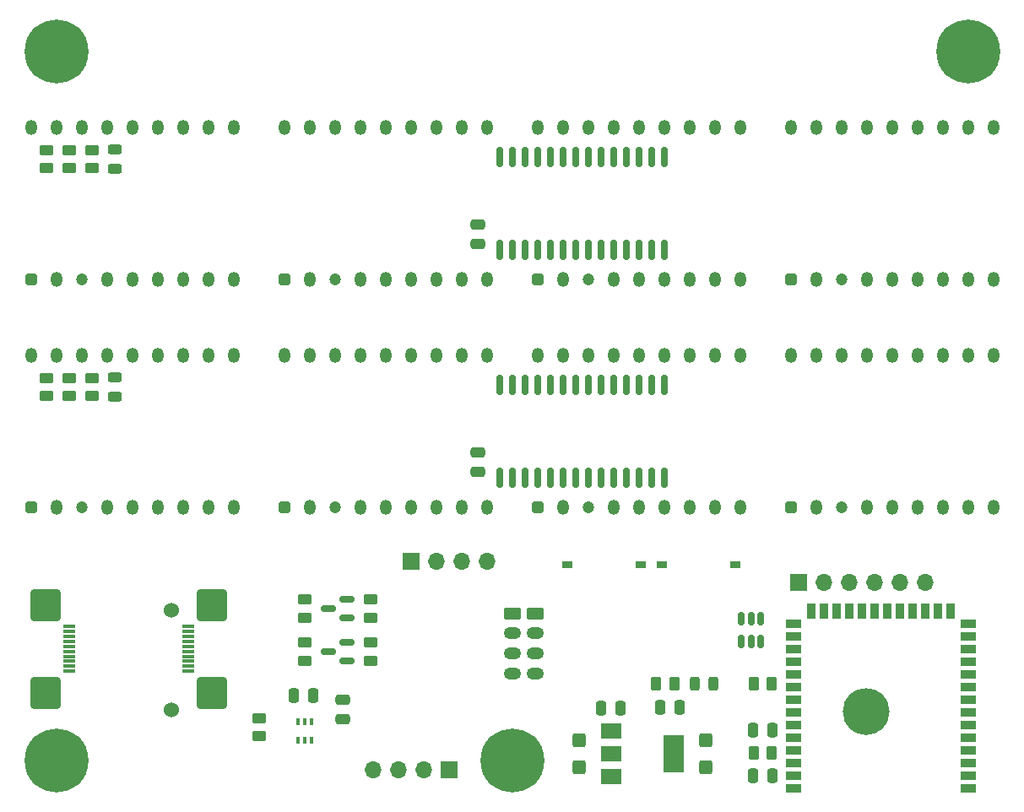
<source format=gbr>
%TF.GenerationSoftware,KiCad,Pcbnew,7.0.8*%
%TF.CreationDate,2024-01-07T19:19:44+01:00*%
%TF.ProjectId,16SegLed,31365365-674c-4656-942e-6b696361645f,rev?*%
%TF.SameCoordinates,Original*%
%TF.FileFunction,Soldermask,Bot*%
%TF.FilePolarity,Negative*%
%FSLAX46Y46*%
G04 Gerber Fmt 4.6, Leading zero omitted, Abs format (unit mm)*
G04 Created by KiCad (PCBNEW 7.0.8) date 2024-01-07 19:19:44*
%MOMM*%
%LPD*%
G01*
G04 APERTURE LIST*
G04 Aperture macros list*
%AMRoundRect*
0 Rectangle with rounded corners*
0 $1 Rounding radius*
0 $2 $3 $4 $5 $6 $7 $8 $9 X,Y pos of 4 corners*
0 Add a 4 corners polygon primitive as box body*
4,1,4,$2,$3,$4,$5,$6,$7,$8,$9,$2,$3,0*
0 Add four circle primitives for the rounded corners*
1,1,$1+$1,$2,$3*
1,1,$1+$1,$4,$5*
1,1,$1+$1,$6,$7*
1,1,$1+$1,$8,$9*
0 Add four rect primitives between the rounded corners*
20,1,$1+$1,$2,$3,$4,$5,0*
20,1,$1+$1,$4,$5,$6,$7,0*
20,1,$1+$1,$6,$7,$8,$9,0*
20,1,$1+$1,$8,$9,$2,$3,0*%
G04 Aperture macros list end*
%ADD10C,1.200000*%
%ADD11RoundRect,0.300000X-0.300000X-0.300000X0.300000X-0.300000X0.300000X0.300000X-0.300000X0.300000X0*%
%ADD12O,1.200000X1.500000*%
%ADD13C,6.400000*%
%ADD14RoundRect,0.250000X0.625000X-0.350000X0.625000X0.350000X-0.625000X0.350000X-0.625000X-0.350000X0*%
%ADD15O,1.750000X1.200000*%
%ADD16C,1.524000*%
%ADD17R,2.000000X1.500000*%
%ADD18R,2.000000X3.800000*%
%ADD19RoundRect,0.150000X0.587500X0.150000X-0.587500X0.150000X-0.587500X-0.150000X0.587500X-0.150000X0*%
%ADD20RoundRect,0.250000X0.450000X-0.262500X0.450000X0.262500X-0.450000X0.262500X-0.450000X-0.262500X0*%
%ADD21RoundRect,0.250000X0.475000X-0.250000X0.475000X0.250000X-0.475000X0.250000X-0.475000X-0.250000X0*%
%ADD22RoundRect,0.250000X-0.450000X0.262500X-0.450000X-0.262500X0.450000X-0.262500X0.450000X0.262500X0*%
%ADD23RoundRect,0.250000X0.250000X0.475000X-0.250000X0.475000X-0.250000X-0.475000X0.250000X-0.475000X0*%
%ADD24RoundRect,0.250000X-0.250000X-0.475000X0.250000X-0.475000X0.250000X0.475000X-0.250000X0.475000X0*%
%ADD25RoundRect,0.300000X-1.200000X1.305000X-1.200000X-1.305000X1.200000X-1.305000X1.200000X1.305000X0*%
%ADD26R,1.250000X0.300000*%
%ADD27RoundRect,0.150000X-0.150000X0.875000X-0.150000X-0.875000X0.150000X-0.875000X0.150000X0.875000X0*%
%ADD28R,1.700000X1.700000*%
%ADD29O,1.700000X1.700000*%
%ADD30RoundRect,0.250000X-0.425000X0.450000X-0.425000X-0.450000X0.425000X-0.450000X0.425000X0.450000X0*%
%ADD31RoundRect,0.243750X0.456250X-0.243750X0.456250X0.243750X-0.456250X0.243750X-0.456250X-0.243750X0*%
%ADD32RoundRect,0.250000X0.262500X0.450000X-0.262500X0.450000X-0.262500X-0.450000X0.262500X-0.450000X0*%
%ADD33R,0.400000X0.650000*%
%ADD34RoundRect,0.243750X-0.243750X-0.456250X0.243750X-0.456250X0.243750X0.456250X-0.243750X0.456250X0*%
%ADD35RoundRect,0.150000X-0.150000X0.512500X-0.150000X-0.512500X0.150000X-0.512500X0.150000X0.512500X0*%
%ADD36R,1.100000X0.800000*%
%ADD37R,1.500000X0.900000*%
%ADD38R,0.900000X1.500000*%
%ADD39C,4.700000*%
%ADD40RoundRect,0.300000X1.200000X-1.305000X1.200000X1.305000X-1.200000X1.305000X-1.200000X-1.305000X0*%
%ADD41RoundRect,0.250000X-0.262500X-0.450000X0.262500X-0.450000X0.262500X0.450000X-0.262500X0.450000X0*%
%ADD42RoundRect,0.250000X-0.475000X0.250000X-0.475000X-0.250000X0.475000X-0.250000X0.475000X0.250000X0*%
G04 APERTURE END LIST*
D10*
%TO.C,DS4*%
X83820000Y-43180000D03*
D11*
X78740000Y-43180000D03*
D12*
X81280000Y-43180000D03*
X86360000Y-43180000D03*
X88900000Y-43180000D03*
X91440000Y-43180000D03*
X93980000Y-43180000D03*
X96520000Y-43180000D03*
X99060000Y-43180000D03*
X99060000Y-27940000D03*
X96520000Y-27940000D03*
X93980000Y-27940000D03*
X91440000Y-27940000D03*
X88900000Y-27940000D03*
X86360000Y-27940000D03*
X83820000Y-27940000D03*
X81280000Y-27940000D03*
X78740000Y-27940000D03*
%TD*%
D10*
%TO.C,DS7*%
X58420000Y-20320000D03*
D11*
X53340000Y-20320000D03*
D12*
X55880000Y-20320000D03*
X60960000Y-20320000D03*
X63500000Y-20320000D03*
X66040000Y-20320000D03*
X68580000Y-20320000D03*
X71120000Y-20320000D03*
X73660000Y-20320000D03*
X73660000Y-5080000D03*
X71120000Y-5080000D03*
X68580000Y-5080000D03*
X66040000Y-5080000D03*
X63500000Y-5080000D03*
X60960000Y-5080000D03*
X58420000Y-5080000D03*
X55880000Y-5080000D03*
X53340000Y-5080000D03*
%TD*%
D10*
%TO.C,DS3*%
X58420000Y-43180000D03*
D11*
X53340000Y-43180000D03*
D12*
X55880000Y-43180000D03*
X60960000Y-43180000D03*
X63500000Y-43180000D03*
X66040000Y-43180000D03*
X68580000Y-43180000D03*
X71120000Y-43180000D03*
X73660000Y-43180000D03*
X73660000Y-27940000D03*
X71120000Y-27940000D03*
X68580000Y-27940000D03*
X66040000Y-27940000D03*
X63500000Y-27940000D03*
X60960000Y-27940000D03*
X58420000Y-27940000D03*
X55880000Y-27940000D03*
X53340000Y-27940000D03*
%TD*%
D10*
%TO.C,DS6*%
X33020000Y-20320000D03*
D11*
X27940000Y-20320000D03*
D12*
X30480000Y-20320000D03*
X35560000Y-20320000D03*
X38100000Y-20320000D03*
X40640000Y-20320000D03*
X43180000Y-20320000D03*
X45720000Y-20320000D03*
X48260000Y-20320000D03*
X48260000Y-5080000D03*
X45720000Y-5080000D03*
X43180000Y-5080000D03*
X40640000Y-5080000D03*
X38100000Y-5080000D03*
X35560000Y-5080000D03*
X33020000Y-5080000D03*
X30480000Y-5080000D03*
X27940000Y-5080000D03*
%TD*%
D13*
%TO.C,H2*%
X96520000Y2540000D03*
%TD*%
D14*
%TO.C,USB1*%
X50800000Y-53845200D03*
D15*
X50800000Y-55845200D03*
X50800000Y-57845200D03*
X50800000Y-59845200D03*
%TD*%
D10*
%TO.C,DS1*%
X7620000Y-43180000D03*
D11*
X2540000Y-43180000D03*
D12*
X5080000Y-43180000D03*
X10160000Y-43180000D03*
X12700000Y-43180000D03*
X15240000Y-43180000D03*
X17780000Y-43180000D03*
X20320000Y-43180000D03*
X22860000Y-43180000D03*
X22860000Y-27940000D03*
X20320000Y-27940000D03*
X17780000Y-27940000D03*
X15240000Y-27940000D03*
X12700000Y-27940000D03*
X10160000Y-27940000D03*
X7620000Y-27940000D03*
X5080000Y-27940000D03*
X2540000Y-27940000D03*
%TD*%
D10*
%TO.C,DS2*%
X33020000Y-43180000D03*
D11*
X27940000Y-43180000D03*
D12*
X30480000Y-43180000D03*
X35560000Y-43180000D03*
X38100000Y-43180000D03*
X40640000Y-43180000D03*
X43180000Y-43180000D03*
X45720000Y-43180000D03*
X48260000Y-43180000D03*
X48260000Y-27940000D03*
X45720000Y-27940000D03*
X43180000Y-27940000D03*
X40640000Y-27940000D03*
X38100000Y-27940000D03*
X35560000Y-27940000D03*
X33020000Y-27940000D03*
X30480000Y-27940000D03*
X27940000Y-27940000D03*
%TD*%
D16*
%TO.C,BZ1*%
X16636994Y-63547000D03*
X16636994Y-53547000D03*
%TD*%
D13*
%TO.C,H1*%
X5080000Y2540000D03*
%TD*%
D10*
%TO.C,DS8*%
X83820000Y-20320000D03*
D11*
X78740000Y-20320000D03*
D12*
X81280000Y-20320000D03*
X86360000Y-20320000D03*
X88900000Y-20320000D03*
X91440000Y-20320000D03*
X93980000Y-20320000D03*
X96520000Y-20320000D03*
X99060000Y-20320000D03*
X99060000Y-5080000D03*
X96520000Y-5080000D03*
X93980000Y-5080000D03*
X91440000Y-5080000D03*
X88900000Y-5080000D03*
X86360000Y-5080000D03*
X83820000Y-5080000D03*
X81280000Y-5080000D03*
X78740000Y-5080000D03*
%TD*%
D10*
%TO.C,DS5*%
X7620000Y-20320000D03*
D11*
X2540000Y-20320000D03*
D12*
X5080000Y-20320000D03*
X10160000Y-20320000D03*
X12700000Y-20320000D03*
X15240000Y-20320000D03*
X17780000Y-20320000D03*
X20320000Y-20320000D03*
X22860000Y-20320000D03*
X22860000Y-5080000D03*
X20320000Y-5080000D03*
X17780000Y-5080000D03*
X15240000Y-5080000D03*
X12700000Y-5080000D03*
X10160000Y-5080000D03*
X7620000Y-5080000D03*
X5080000Y-5080000D03*
X2540000Y-5080000D03*
%TD*%
D17*
%TO.C,U2*%
X60706000Y-70245000D03*
X60706000Y-67945000D03*
D18*
X67006000Y-67945000D03*
D17*
X60706000Y-65645000D03*
%TD*%
D19*
%TO.C,Q1*%
X34271250Y-56750250D03*
X34271250Y-58650250D03*
X32396250Y-57700250D03*
%TD*%
D20*
%TO.C,R5*%
X8636000Y-9191000D03*
X8636000Y-7366000D03*
%TD*%
D21*
%TO.C,C6*%
X47371000Y-39624000D03*
X47371000Y-37724000D03*
%TD*%
D19*
%TO.C,Q2*%
X34271250Y-52432250D03*
X34271250Y-54332250D03*
X32396250Y-53382250D03*
%TD*%
D22*
%TO.C,R11*%
X30031750Y-52469750D03*
X30031750Y-54294750D03*
%TD*%
D23*
%TO.C,C2*%
X76896000Y-70104000D03*
X74996000Y-70104000D03*
%TD*%
D24*
%TO.C,C11*%
X59756000Y-63322200D03*
X61656000Y-63322200D03*
%TD*%
D25*
%TO.C,J2*%
X20675400Y-53009000D03*
X20675400Y-61799000D03*
D26*
X18351400Y-55154000D03*
X18351400Y-55654000D03*
X18351400Y-56154000D03*
X18351400Y-56654000D03*
X18351400Y-57154000D03*
X18351400Y-57654000D03*
X18351400Y-58154000D03*
X18351400Y-58654000D03*
X18351400Y-59154000D03*
X18351400Y-59654000D03*
%TD*%
D22*
%TO.C,R8*%
X36635750Y-56787750D03*
X36635750Y-58612750D03*
%TD*%
D27*
%TO.C,U3*%
X49530000Y-30910000D03*
X50800000Y-30910000D03*
X52070000Y-30910000D03*
X53340000Y-30910000D03*
X54610000Y-30910000D03*
X55880000Y-30910000D03*
X57150000Y-30910000D03*
X58420000Y-30910000D03*
X59690000Y-30910000D03*
X60960000Y-30910000D03*
X62230000Y-30910000D03*
X63500000Y-30910000D03*
X64770000Y-30910000D03*
X66040000Y-30910000D03*
X66040000Y-40210000D03*
X64770000Y-40210000D03*
X63500000Y-40210000D03*
X62230000Y-40210000D03*
X60960000Y-40210000D03*
X59690000Y-40210000D03*
X58420000Y-40210000D03*
X57150000Y-40210000D03*
X55880000Y-40210000D03*
X54610000Y-40210000D03*
X53340000Y-40210000D03*
X52070000Y-40210000D03*
X50800000Y-40210000D03*
X49530000Y-40210000D03*
%TD*%
D28*
%TO.C,J4*%
X79527400Y-50698400D03*
D29*
X82067400Y-50698400D03*
X84607400Y-50698400D03*
X87147400Y-50698400D03*
X89687400Y-50698400D03*
X92227400Y-50698400D03*
%TD*%
D30*
%TO.C,C4*%
X57506000Y-66595000D03*
X57506000Y-69295000D03*
%TD*%
D31*
%TO.C,D1*%
X10922000Y-32076000D03*
X10922000Y-30201000D03*
%TD*%
D23*
%TO.C,C1*%
X76896000Y-65532000D03*
X74996000Y-65532000D03*
%TD*%
D20*
%TO.C,R4*%
X4064000Y-32051000D03*
X4064000Y-30226000D03*
%TD*%
D32*
%TO.C,R14*%
X67079500Y-60883800D03*
X65254500Y-60883800D03*
%TD*%
D20*
%TO.C,R12*%
X25400000Y-66190500D03*
X25400000Y-64365500D03*
%TD*%
D13*
%TO.C,H4*%
X50800000Y-68580000D03*
%TD*%
D21*
%TO.C,C7*%
X47371000Y-16764000D03*
X47371000Y-14864000D03*
%TD*%
D33*
%TO.C,U6*%
X30662400Y-66568400D03*
X30012400Y-66568400D03*
X29362400Y-66568400D03*
X29362400Y-64668400D03*
X30012400Y-64668400D03*
X30662400Y-64668400D03*
%TD*%
D24*
%TO.C,C10*%
X65674200Y-63246000D03*
X67574200Y-63246000D03*
%TD*%
D20*
%TO.C,R2*%
X8636000Y-32051000D03*
X8636000Y-30226000D03*
%TD*%
D34*
%TO.C,D3*%
X69141100Y-60883800D03*
X71016100Y-60883800D03*
%TD*%
D20*
%TO.C,R7*%
X4064000Y-9191000D03*
X4064000Y-7366000D03*
%TD*%
D23*
%TO.C,C8*%
X30820400Y-62077600D03*
X28920400Y-62077600D03*
%TD*%
D35*
%TO.C,U5*%
X73802200Y-54412300D03*
X74752200Y-54412300D03*
X75702200Y-54412300D03*
X75702200Y-56687300D03*
X74752200Y-56687300D03*
X73802200Y-56687300D03*
%TD*%
D31*
%TO.C,D2*%
X10922000Y-9213500D03*
X10922000Y-7338500D03*
%TD*%
D36*
%TO.C,SW2*%
X73195000Y-48960000D03*
X65845000Y-48960000D03*
%TD*%
D37*
%TO.C,U1*%
X79020000Y-71380000D03*
X79020000Y-70110000D03*
X79020000Y-68840000D03*
X79020000Y-67570000D03*
X79020000Y-66300000D03*
X79020000Y-65030000D03*
X79020000Y-63760000D03*
X79020000Y-62490000D03*
X79020000Y-61220000D03*
X79020000Y-59950000D03*
X79020000Y-58680000D03*
X79020000Y-57410000D03*
X79020000Y-56140000D03*
X79020000Y-54870000D03*
D38*
X80785000Y-53620000D03*
X82055000Y-53620000D03*
X83325000Y-53620000D03*
X84595000Y-53620000D03*
X85865000Y-53620000D03*
X87135000Y-53620000D03*
X88405000Y-53620000D03*
X89675000Y-53620000D03*
X90945000Y-53620000D03*
X92215000Y-53620000D03*
X93485000Y-53620000D03*
X94755000Y-53620000D03*
D37*
X96520000Y-54870000D03*
X96520000Y-56140000D03*
X96520000Y-57410000D03*
X96520000Y-58680000D03*
X96520000Y-59950000D03*
X96520000Y-61220000D03*
X96520000Y-62490000D03*
X96520000Y-63760000D03*
X96520000Y-65030000D03*
X96520000Y-66300000D03*
X96520000Y-67570000D03*
X96520000Y-68840000D03*
X96520000Y-70110000D03*
X96520000Y-71380000D03*
D39*
X86270000Y-63660000D03*
%TD*%
D14*
%TO.C,USB2*%
X53086000Y-53845200D03*
D15*
X53086000Y-55845200D03*
X53086000Y-57845200D03*
X53086000Y-59845200D03*
%TD*%
D32*
%TO.C,R13*%
X76833100Y-60883800D03*
X75008100Y-60883800D03*
%TD*%
D36*
%TO.C,SW1*%
X56345000Y-48960000D03*
X63695000Y-48960000D03*
%TD*%
D22*
%TO.C,R10*%
X36635750Y-52469750D03*
X36635750Y-54294750D03*
%TD*%
D20*
%TO.C,R6*%
X6350000Y-9191000D03*
X6350000Y-7366000D03*
%TD*%
D30*
%TO.C,C5*%
X70206000Y-66595000D03*
X70206000Y-69295000D03*
%TD*%
D22*
%TO.C,R9*%
X30031750Y-56787750D03*
X30031750Y-58612750D03*
%TD*%
D40*
%TO.C,J1*%
X4026000Y-61799000D03*
X4026000Y-53009000D03*
D26*
X6350000Y-59654000D03*
X6350000Y-59154000D03*
X6350000Y-58654000D03*
X6350000Y-58154000D03*
X6350000Y-57654000D03*
X6350000Y-57154000D03*
X6350000Y-56654000D03*
X6350000Y-56154000D03*
X6350000Y-55654000D03*
X6350000Y-55154000D03*
%TD*%
D28*
%TO.C,J5*%
X40640000Y-48641000D03*
D29*
X43180000Y-48641000D03*
X45720000Y-48641000D03*
X48260000Y-48641000D03*
%TD*%
D28*
%TO.C,J6*%
X44450000Y-69545200D03*
D29*
X41910000Y-69545200D03*
X39370000Y-69545200D03*
X36830000Y-69545200D03*
%TD*%
D41*
%TO.C,R1*%
X75033500Y-67818000D03*
X76858500Y-67818000D03*
%TD*%
D42*
%TO.C,C9*%
X33782000Y-62514400D03*
X33782000Y-64414400D03*
%TD*%
D13*
%TO.C,H3*%
X5080000Y-68580000D03*
%TD*%
D20*
%TO.C,R3*%
X6350000Y-32051000D03*
X6350000Y-30226000D03*
%TD*%
D27*
%TO.C,U4*%
X49530000Y-8050000D03*
X50800000Y-8050000D03*
X52070000Y-8050000D03*
X53340000Y-8050000D03*
X54610000Y-8050000D03*
X55880000Y-8050000D03*
X57150000Y-8050000D03*
X58420000Y-8050000D03*
X59690000Y-8050000D03*
X60960000Y-8050000D03*
X62230000Y-8050000D03*
X63500000Y-8050000D03*
X64770000Y-8050000D03*
X66040000Y-8050000D03*
X66040000Y-17350000D03*
X64770000Y-17350000D03*
X63500000Y-17350000D03*
X62230000Y-17350000D03*
X60960000Y-17350000D03*
X59690000Y-17350000D03*
X58420000Y-17350000D03*
X57150000Y-17350000D03*
X55880000Y-17350000D03*
X54610000Y-17350000D03*
X53340000Y-17350000D03*
X52070000Y-17350000D03*
X50800000Y-17350000D03*
X49530000Y-17350000D03*
%TD*%
M02*

</source>
